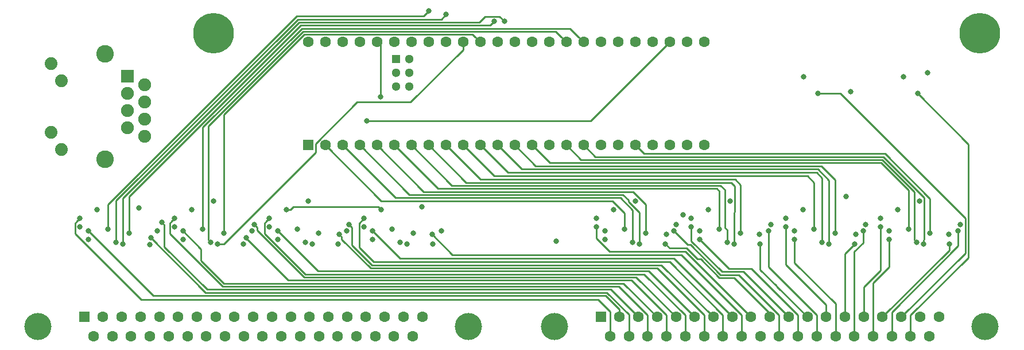
<source format=gbr>
G04 #@! TF.GenerationSoftware,KiCad,Pcbnew,5.1.5-52549c5~84~ubuntu18.04.1*
G04 #@! TF.CreationDate,2020-06-07T21:39:53-07:00*
G04 #@! TF.ProjectId,debugger,64656275-6767-4657-922e-6b696361645f,rev?*
G04 #@! TF.SameCoordinates,Original*
G04 #@! TF.FileFunction,Copper,L2,Inr*
G04 #@! TF.FilePolarity,Positive*
%FSLAX46Y46*%
G04 Gerber Fmt 4.6, Leading zero omitted, Abs format (unit mm)*
G04 Created by KiCad (PCBNEW 5.1.5-52549c5~84~ubuntu18.04.1) date 2020-06-07 21:39:53*
%MOMM*%
%LPD*%
G04 APERTURE LIST*
%ADD10C,1.600000*%
%ADD11R,1.600000X1.600000*%
%ADD12R,1.300000X1.300000*%
%ADD13C,1.300000*%
%ADD14C,2.600000*%
%ADD15C,1.890000*%
%ADD16C,1.900000*%
%ADD17R,1.900000X1.900000*%
%ADD18C,4.000000*%
%ADD19C,6.000000*%
%ADD20C,0.800000*%
%ADD21C,0.250000*%
G04 APERTURE END LIST*
D10*
X124460000Y-86360000D03*
X127000000Y-86360000D03*
X129540000Y-86360000D03*
X132080000Y-86360000D03*
X134620000Y-86360000D03*
X137160000Y-86360000D03*
X139700000Y-86360000D03*
X142240000Y-86360000D03*
X144780000Y-86360000D03*
X147320000Y-86360000D03*
X149860000Y-86360000D03*
X152400000Y-86360000D03*
X154940000Y-86360000D03*
X157480000Y-86360000D03*
D11*
X124460000Y-101600000D03*
D10*
X127000000Y-101600000D03*
X129540000Y-101600000D03*
X132080000Y-101600000D03*
X134620000Y-101600000D03*
X137160000Y-101600000D03*
X139700000Y-101600000D03*
X142240000Y-101600000D03*
X144780000Y-101600000D03*
X147320000Y-101600000D03*
X149860000Y-101600000D03*
X152400000Y-101600000D03*
X154940000Y-101600000D03*
X160020000Y-86360000D03*
X162560000Y-86360000D03*
X165100000Y-86360000D03*
X167640000Y-86360000D03*
X170180000Y-86360000D03*
X172720000Y-86360000D03*
X175260000Y-86360000D03*
X177800000Y-86360000D03*
X180340000Y-86360000D03*
X182880000Y-86360000D03*
X182880000Y-101600000D03*
X180340000Y-101600000D03*
X177800000Y-101600000D03*
X175260000Y-101600000D03*
X157480000Y-101600000D03*
X160020000Y-101600000D03*
X162560000Y-101600000D03*
X172720000Y-101600000D03*
X170180000Y-101600000D03*
X167640000Y-101600000D03*
X165100000Y-101600000D03*
D12*
X137430000Y-88900000D03*
D13*
X139430000Y-88900000D03*
X137430000Y-90900000D03*
X139430000Y-90900000D03*
X139430000Y-92900000D03*
X137430000Y-92900000D03*
D14*
X94500000Y-103660000D03*
X94500000Y-88110000D03*
D15*
X86550000Y-89560000D03*
X88070000Y-92100000D03*
X86550000Y-99670000D03*
X88070000Y-102210000D03*
D16*
X100330000Y-100330000D03*
X97790000Y-99060000D03*
X100330000Y-97790000D03*
X97790000Y-96520000D03*
X100330000Y-95250000D03*
X97790000Y-93980000D03*
X100330000Y-92710000D03*
D17*
X97790000Y-91440000D03*
D18*
X148120000Y-128420000D03*
X84620000Y-128420000D03*
D10*
X139915000Y-129840000D03*
X137145000Y-129840000D03*
X134375000Y-129840000D03*
X131605000Y-129840000D03*
X128835000Y-129840000D03*
X126065000Y-129840000D03*
X123295000Y-129840000D03*
X120525000Y-129840000D03*
X117755000Y-129840000D03*
X114985000Y-129840000D03*
X112215000Y-129840000D03*
X109445000Y-129840000D03*
X106675000Y-129840000D03*
X103905000Y-129840000D03*
X101135000Y-129840000D03*
X98365000Y-129840000D03*
X95595000Y-129840000D03*
X92825000Y-129840000D03*
X141300000Y-127000000D03*
X138530000Y-127000000D03*
X135760000Y-127000000D03*
X132990000Y-127000000D03*
X130220000Y-127000000D03*
X127450000Y-127000000D03*
X124680000Y-127000000D03*
X121910000Y-127000000D03*
X119140000Y-127000000D03*
X116370000Y-127000000D03*
X113600000Y-127000000D03*
X110830000Y-127000000D03*
X108060000Y-127000000D03*
X105290000Y-127000000D03*
X102520000Y-127000000D03*
X99750000Y-127000000D03*
X96980000Y-127000000D03*
X94210000Y-127000000D03*
D11*
X91440000Y-127000000D03*
D18*
X224320000Y-128420000D03*
X160820000Y-128420000D03*
D10*
X216115000Y-129840000D03*
X213345000Y-129840000D03*
X210575000Y-129840000D03*
X207805000Y-129840000D03*
X205035000Y-129840000D03*
X202265000Y-129840000D03*
X199495000Y-129840000D03*
X196725000Y-129840000D03*
X193955000Y-129840000D03*
X191185000Y-129840000D03*
X188415000Y-129840000D03*
X185645000Y-129840000D03*
X182875000Y-129840000D03*
X180105000Y-129840000D03*
X177335000Y-129840000D03*
X174565000Y-129840000D03*
X171795000Y-129840000D03*
X169025000Y-129840000D03*
X217500000Y-127000000D03*
X214730000Y-127000000D03*
X211960000Y-127000000D03*
X209190000Y-127000000D03*
X206420000Y-127000000D03*
X203650000Y-127000000D03*
X200880000Y-127000000D03*
X198110000Y-127000000D03*
X195340000Y-127000000D03*
X192570000Y-127000000D03*
X189800000Y-127000000D03*
X187030000Y-127000000D03*
X184260000Y-127000000D03*
X181490000Y-127000000D03*
X178720000Y-127000000D03*
X175950000Y-127000000D03*
X173180000Y-127000000D03*
X170410000Y-127000000D03*
D11*
X167640000Y-127000000D03*
D19*
X110490000Y-85090000D03*
X223520000Y-85090000D03*
D20*
X214630000Y-109855000D03*
X186690000Y-109855000D03*
X172720000Y-109855000D03*
X124460000Y-109855000D03*
X99470000Y-110910000D03*
X204470000Y-93726000D03*
X110490000Y-109855000D03*
X203835000Y-109220000D03*
X215804990Y-90900010D03*
X141284000Y-110684000D03*
X214376000Y-93980000D03*
X199644000Y-93980000D03*
X218948000Y-114808000D03*
X208915000Y-112395000D03*
X205232000Y-114808000D03*
X194945000Y-112395000D03*
X191008000Y-114808000D03*
X180975000Y-112395000D03*
X177292000Y-114808000D03*
X167005000Y-112395000D03*
X220685000Y-113325000D03*
X210185000Y-114300000D03*
X206715000Y-113325000D03*
X196215000Y-114300000D03*
X192745000Y-113325000D03*
X182245000Y-114300000D03*
X178775000Y-113325000D03*
X168275000Y-114300000D03*
X133096000Y-98044000D03*
X161036000Y-115824000D03*
X179741999Y-111850001D03*
X142875000Y-116205000D03*
X132715000Y-113665000D03*
X128905000Y-116205000D03*
X118745000Y-113665000D03*
X114935000Y-116205000D03*
X104775000Y-113665000D03*
X101092000Y-116332000D03*
X90805000Y-113665000D03*
X144145000Y-114300000D03*
X133985000Y-115570000D03*
X130175000Y-114300000D03*
X120015000Y-115570000D03*
X116205000Y-114300000D03*
X106045000Y-115570000D03*
X102235000Y-114300000D03*
X92075000Y-115570000D03*
X220345000Y-114300000D03*
X210185000Y-115570000D03*
X206375000Y-114300000D03*
X196215000Y-115570000D03*
X192405000Y-114300000D03*
X182245000Y-115570000D03*
X178435000Y-114300000D03*
X168275000Y-115570000D03*
X142748000Y-114808000D03*
X132715000Y-112395000D03*
X129032000Y-114808000D03*
X118745000Y-112395000D03*
X115316000Y-115275000D03*
X104775000Y-112395000D03*
X101260000Y-115275000D03*
X90805000Y-112395000D03*
X219075000Y-116205000D03*
X208915000Y-113665000D03*
X205105000Y-116205000D03*
X194945000Y-113665000D03*
X191135000Y-116205000D03*
X180975000Y-113665000D03*
X177165000Y-116205000D03*
X167005000Y-113665000D03*
X133985000Y-114300000D03*
X130515000Y-113325000D03*
X120015000Y-114300000D03*
X116545000Y-113325000D03*
X106045000Y-114300000D03*
X102870000Y-113030000D03*
X92075000Y-114300000D03*
X171140000Y-113975000D03*
X172365000Y-115925000D03*
X173355000Y-116205000D03*
X174300000Y-114625000D03*
X185110000Y-113975000D03*
X186335000Y-115925000D03*
X187325000Y-116205000D03*
X188270000Y-114625000D03*
X199080000Y-113975000D03*
X94940000Y-113975000D03*
X142240000Y-81788000D03*
X96165000Y-115925000D03*
X144780000Y-82296000D03*
X97155000Y-116205000D03*
X153416000Y-83312000D03*
X98100000Y-114625000D03*
X151892000Y-83312000D03*
X108910000Y-113975000D03*
X110135000Y-115925000D03*
X111125000Y-116205000D03*
X112070000Y-114625000D03*
X122880000Y-113975000D03*
X135128000Y-94488000D03*
X124105000Y-115925000D03*
X125095000Y-116205000D03*
X126040000Y-114625000D03*
X200305000Y-115925000D03*
X201295000Y-116205000D03*
X202240000Y-114625000D03*
X213050000Y-113975000D03*
X214275000Y-115925000D03*
X215265000Y-116205000D03*
X216210000Y-114625000D03*
X212282000Y-91502000D03*
X197550000Y-91502000D03*
X136850000Y-113975000D03*
X138075000Y-115925000D03*
X140010000Y-114625000D03*
X139065000Y-116205000D03*
X211455000Y-111125000D03*
X197485000Y-111125000D03*
X183515000Y-111125000D03*
X169545000Y-111125000D03*
X135255000Y-111125000D03*
X121285000Y-111125000D03*
X107315000Y-111125000D03*
X93345000Y-111125000D03*
D21*
X213345000Y-128708630D02*
X213345000Y-129840000D01*
X213345000Y-126719998D02*
X213345000Y-128708630D01*
X221860010Y-118204988D02*
X213345000Y-126719998D01*
X221860010Y-101464010D02*
X221860010Y-118204988D01*
X214376000Y-93980000D02*
X221860010Y-101464010D01*
X200209685Y-93980000D02*
X199644000Y-93980000D01*
X221410001Y-117549999D02*
X221410001Y-112386999D01*
X203003002Y-93980000D02*
X200209685Y-93980000D01*
X221410001Y-112386999D02*
X203003002Y-93980000D01*
X211960000Y-127000000D02*
X221410001Y-117549999D01*
X166116000Y-98044000D02*
X177800000Y-86360000D01*
X133096000Y-98044000D02*
X166116000Y-98044000D01*
X220345000Y-114865685D02*
X220345000Y-114300000D01*
X210575000Y-126251410D02*
X220345000Y-116481410D01*
X220345000Y-116481410D02*
X220345000Y-114865685D01*
X210575000Y-129840000D02*
X210575000Y-126251410D01*
X210185000Y-116135685D02*
X210185000Y-115570000D01*
X207805000Y-121953000D02*
X210185000Y-119573000D01*
X210185000Y-119573000D02*
X210185000Y-116135685D01*
X207805000Y-129840000D02*
X207805000Y-121953000D01*
X206375000Y-116008002D02*
X206375000Y-114865685D01*
X205035000Y-117348002D02*
X206375000Y-116008002D01*
X206375000Y-114865685D02*
X206375000Y-114300000D01*
X205035000Y-129840000D02*
X205035000Y-117348002D01*
X202265000Y-129840000D02*
X202265000Y-125049000D01*
X196215000Y-118999000D02*
X196215000Y-115570000D01*
X202265000Y-125049000D02*
X196215000Y-118999000D01*
X192405000Y-119629998D02*
X192405000Y-114300000D01*
X199495000Y-129840000D02*
X199495000Y-126719998D01*
X199495000Y-126719998D02*
X192405000Y-119629998D01*
X196725000Y-126719998D02*
X189849971Y-119844969D01*
X196725000Y-129840000D02*
X196725000Y-126719998D01*
X186519969Y-119844969D02*
X182245000Y-115570000D01*
X189849971Y-119844969D02*
X186519969Y-119844969D01*
X193955000Y-126719998D02*
X187979991Y-120744989D01*
X193955000Y-129840000D02*
X193955000Y-126719998D01*
X185315401Y-120744989D02*
X180902412Y-116332000D01*
X187979991Y-120744989D02*
X185315401Y-120744989D01*
X180467000Y-116332000D02*
X178435000Y-114300000D01*
X180902412Y-116332000D02*
X180467000Y-116332000D01*
X188415000Y-126719998D02*
X179551002Y-117856000D01*
X188415000Y-129840000D02*
X188415000Y-126719998D01*
X179551002Y-117856000D02*
X145751000Y-117856000D01*
X145751000Y-117811000D02*
X142748000Y-114808000D01*
X145751000Y-117856000D02*
X145751000Y-117811000D01*
X185645000Y-126719998D02*
X185645000Y-129840000D01*
X177797002Y-118872000D02*
X185645000Y-126719998D01*
X131989999Y-116749999D02*
X134112000Y-118872000D01*
X134112000Y-118872000D02*
X177797002Y-118872000D01*
X132715000Y-112395000D02*
X131989999Y-113120001D01*
X131989999Y-113120001D02*
X131989999Y-116749999D01*
X182875000Y-126719998D02*
X175929912Y-119774910D01*
X182875000Y-129840000D02*
X182875000Y-126719998D01*
X175929912Y-119774910D02*
X133699910Y-119774910D01*
X129431999Y-115207999D02*
X129032000Y-114808000D01*
X129431999Y-115506999D02*
X129431999Y-115207999D01*
X133699910Y-119774910D02*
X129431999Y-115506999D01*
X118345001Y-112794999D02*
X118745000Y-112395000D01*
X180105000Y-129840000D02*
X180105000Y-126719998D01*
X180105000Y-126719998D02*
X174059932Y-120674930D01*
X174059932Y-120674930D02*
X124046928Y-120674930D01*
X118019999Y-113120001D02*
X118345001Y-112794999D01*
X124046928Y-120674930D02*
X118019999Y-114648001D01*
X118019999Y-114648001D02*
X118019999Y-113120001D01*
X177335000Y-126719998D02*
X172189952Y-121574950D01*
X177335000Y-129840000D02*
X177335000Y-126719998D01*
X121529950Y-121574950D02*
X115230000Y-115275000D01*
X172189952Y-121574950D02*
X121529950Y-121574950D01*
X174565000Y-126719998D02*
X170319972Y-122474970D01*
X174565000Y-129840000D02*
X174565000Y-126719998D01*
X104375001Y-112794999D02*
X104775000Y-112395000D01*
X104049999Y-114648001D02*
X104049999Y-113120001D01*
X104049999Y-113120001D02*
X104375001Y-112794999D01*
X111876968Y-122474970D02*
X104049999Y-114648001D01*
X170319972Y-122474970D02*
X111876968Y-122474970D01*
X171795000Y-126617220D02*
X168552770Y-123374990D01*
X171795000Y-129840000D02*
X171795000Y-126617220D01*
X109359990Y-123374990D02*
X101260000Y-115275000D01*
X168552770Y-123374990D02*
X109359990Y-123374990D01*
X169025000Y-126199998D02*
X167285002Y-124460000D01*
X169025000Y-129840000D02*
X169025000Y-126199998D01*
X90405001Y-112794999D02*
X90805000Y-112395000D01*
X90079999Y-113120001D02*
X90405001Y-112794999D01*
X99891998Y-124460000D02*
X90079999Y-114648001D01*
X167285002Y-124460000D02*
X99891998Y-124460000D01*
X90079999Y-114648001D02*
X90079999Y-113120001D01*
X219075000Y-117115000D02*
X219075000Y-116205000D01*
X209190000Y-127000000D02*
X219075000Y-117115000D01*
X206420000Y-127000000D02*
X206420000Y-122600000D01*
X208915000Y-120105000D02*
X208915000Y-113665000D01*
X206420000Y-122600000D02*
X208915000Y-120105000D01*
X203650000Y-117660000D02*
X205105000Y-116205000D01*
X203650000Y-127000000D02*
X203650000Y-117660000D01*
X200880000Y-127000000D02*
X200880000Y-125188000D01*
X194945000Y-119253000D02*
X194945000Y-113665000D01*
X200880000Y-125188000D02*
X194945000Y-119253000D01*
X198110000Y-127000000D02*
X193548000Y-122438000D01*
X193548000Y-122438000D02*
X193548000Y-122428000D01*
X191135000Y-120015000D02*
X191135000Y-116205000D01*
X193548000Y-122428000D02*
X191135000Y-120015000D01*
X195340000Y-127000000D02*
X188634979Y-120294979D01*
X180975000Y-114230685D02*
X180975000Y-113665000D01*
X180975000Y-115768178D02*
X180975000Y-114230685D01*
X185501801Y-120294979D02*
X180975000Y-115768178D01*
X188634979Y-120294979D02*
X185501801Y-120294979D01*
X187292001Y-121194999D02*
X185129001Y-121194999D01*
X192570000Y-127000000D02*
X192570000Y-126472998D01*
X192570000Y-126472998D02*
X187292001Y-121194999D01*
X185129001Y-121194999D02*
X182372000Y-118437998D01*
X181874408Y-118437998D02*
X180276410Y-116840000D01*
X182372000Y-118437998D02*
X181874408Y-118437998D01*
X177800000Y-116840000D02*
X177165000Y-116205000D01*
X180276410Y-116840000D02*
X177800000Y-116840000D01*
X189800000Y-127000000D02*
X180148000Y-117348000D01*
X167005000Y-115373002D02*
X168979998Y-117348000D01*
X167005000Y-113665000D02*
X167005000Y-115373002D01*
X168979998Y-117348000D02*
X180148000Y-117348000D01*
X187030000Y-127000000D02*
X178394000Y-118364000D01*
X138049000Y-118364000D02*
X133985000Y-114300000D01*
X178394000Y-118364000D02*
X138049000Y-118364000D01*
X184260000Y-127000000D02*
X176584900Y-119324900D01*
X176584900Y-119324900D02*
X133886310Y-119324900D01*
X133886310Y-119324900D02*
X130914999Y-116353589D01*
X130914999Y-113724999D02*
X130515000Y-113325000D01*
X130914999Y-116353589D02*
X130914999Y-113724999D01*
X181490000Y-127000000D02*
X174714920Y-120224920D01*
X125939920Y-120224920D02*
X120015000Y-114300000D01*
X174714920Y-120224920D02*
X125939920Y-120224920D01*
X116944999Y-113724999D02*
X116545000Y-113325000D01*
X116944999Y-114209411D02*
X116944999Y-113724999D01*
X123860527Y-121124939D02*
X116944999Y-114209411D01*
X172844940Y-121124940D02*
X123860527Y-121124939D01*
X178720000Y-127000000D02*
X172844940Y-121124940D01*
X170974960Y-122024960D02*
X112063368Y-122024960D01*
X175950000Y-127000000D02*
X170974960Y-122024960D01*
X106045000Y-114300000D02*
X108684204Y-116939204D01*
X108684204Y-118645796D02*
X112063368Y-122024960D01*
X108684204Y-116939204D02*
X108684204Y-118645796D01*
X103269999Y-113429999D02*
X102870000Y-113030000D01*
X103269999Y-116648589D02*
X103269999Y-113429999D01*
X109546390Y-122924980D02*
X103269999Y-116648589D01*
X169104980Y-122924980D02*
X109546390Y-122924980D01*
X173180000Y-127000000D02*
X169104980Y-122924980D01*
X170410000Y-125868630D02*
X168366370Y-123825000D01*
X170410000Y-127000000D02*
X170410000Y-125868630D01*
X101600000Y-123825000D02*
X92075000Y-114300000D01*
X168366370Y-123825000D02*
X101600000Y-123825000D01*
X171140000Y-111646998D02*
X169323072Y-109830070D01*
X171140000Y-113975000D02*
X171140000Y-111646998D01*
X135230070Y-109830070D02*
X127000000Y-101600000D01*
X169323072Y-109830070D02*
X135230070Y-109830070D01*
X172365000Y-111209412D02*
X170535648Y-109380060D01*
X172365000Y-115925000D02*
X172365000Y-111209412D01*
X137320060Y-109380060D02*
X129540000Y-101600000D01*
X170535648Y-109380060D02*
X137320060Y-109380060D01*
X173355000Y-111563002D02*
X171704000Y-109912002D01*
X173355000Y-116205000D02*
X173355000Y-111563002D01*
X171704000Y-109728000D02*
X170906050Y-108930050D01*
X171704000Y-109912002D02*
X171704000Y-109728000D01*
X139410050Y-108930050D02*
X132080000Y-101600000D01*
X170906050Y-108930050D02*
X139410050Y-108930050D01*
X174300000Y-110361998D02*
X172418042Y-108480040D01*
X174300000Y-114625000D02*
X174300000Y-110361998D01*
X141500040Y-108480040D02*
X134620000Y-101600000D01*
X172418042Y-108480040D02*
X141500040Y-108480040D01*
X185110000Y-113975000D02*
X185110000Y-108402000D01*
X185110000Y-108402000D02*
X184738030Y-108030030D01*
X143590030Y-108030030D02*
X137160000Y-101600000D01*
X184738030Y-108030030D02*
X143590030Y-108030030D01*
X186335000Y-114164999D02*
X185928000Y-113757999D01*
X186335000Y-115925000D02*
X186335000Y-114164999D01*
X185928000Y-108204000D02*
X185304020Y-107580020D01*
X185928000Y-113757999D02*
X185928000Y-108204000D01*
X145680020Y-107580020D02*
X139700000Y-101600000D01*
X185304020Y-107580020D02*
X145680020Y-107580020D01*
X187415001Y-111473001D02*
X187415001Y-107659001D01*
X187325000Y-116205000D02*
X187325000Y-111563002D01*
X187325000Y-111563002D02*
X187415001Y-111473001D01*
X187415001Y-107659001D02*
X186886010Y-107130010D01*
X147770010Y-107130010D02*
X142240000Y-101600000D01*
X186886010Y-107130010D02*
X147770010Y-107130010D01*
X188270000Y-114625000D02*
X188270000Y-107498000D01*
X188270000Y-107498000D02*
X187452000Y-106680000D01*
X149860000Y-106680000D02*
X144780000Y-101600000D01*
X187452000Y-106680000D02*
X149860000Y-106680000D01*
X199080000Y-113975000D02*
X199080000Y-107132000D01*
X199080000Y-107132000D02*
X198120000Y-106172000D01*
X151892000Y-106172000D02*
X147320000Y-101600000D01*
X198120000Y-106172000D02*
X151892000Y-106172000D01*
X94940000Y-110396538D02*
X122801599Y-82534939D01*
X94940000Y-113975000D02*
X94940000Y-110396538D01*
X122801599Y-82534939D02*
X141493061Y-82534939D01*
X141493061Y-82534939D02*
X142240000Y-81788000D01*
X142240000Y-81788000D02*
X142240000Y-81788000D01*
X96165000Y-109807948D02*
X122987999Y-82984949D01*
X96165000Y-115925000D02*
X96165000Y-109807948D01*
X122987999Y-82984949D02*
X144091051Y-82984949D01*
X144091051Y-82984949D02*
X144780000Y-82296000D01*
X144780000Y-82296000D02*
X144780000Y-82296000D01*
X97155000Y-109454358D02*
X123174399Y-83434959D01*
X97155000Y-116205000D02*
X97155000Y-109454358D01*
X123174399Y-83434959D02*
X149737041Y-83434959D01*
X150585001Y-82586999D02*
X152690999Y-82586999D01*
X149737041Y-83434959D02*
X150585001Y-82586999D01*
X152690999Y-82586999D02*
X153416000Y-83312000D01*
X153416000Y-83312000D02*
X153416000Y-83312000D01*
X98100000Y-109145768D02*
X123360799Y-83884969D01*
X98100000Y-114625000D02*
X98100000Y-109145768D01*
X123360799Y-83884969D02*
X151319031Y-83884969D01*
X151319031Y-83884969D02*
X151892000Y-83312000D01*
X164300001Y-85560001D02*
X165100000Y-86360000D01*
X163074979Y-84334979D02*
X164300001Y-85560001D01*
X123547199Y-84334979D02*
X163074979Y-84334979D01*
X108910000Y-98972178D02*
X123547199Y-84334979D01*
X108910000Y-113975000D02*
X108910000Y-98972178D01*
X161760001Y-85560001D02*
X162560000Y-86360000D01*
X109735001Y-98783587D02*
X123733599Y-84784989D01*
X123733599Y-84784989D02*
X160984989Y-84784989D01*
X109735001Y-115525001D02*
X109735001Y-98783587D01*
X160984989Y-84784989D02*
X161760001Y-85560001D01*
X110135000Y-115925000D02*
X109735001Y-115525001D01*
X147320000Y-87491370D02*
X147320000Y-86360000D01*
X139598369Y-95213001D02*
X147320000Y-87491370D01*
X131721997Y-95213001D02*
X139598369Y-95213001D01*
X125585001Y-101349997D02*
X131721997Y-95213001D01*
X125585001Y-102660001D02*
X125585001Y-101349997D01*
X112040002Y-116205000D02*
X125585001Y-102660001D01*
X111125000Y-116205000D02*
X112040002Y-116205000D01*
X149060001Y-85560001D02*
X149860000Y-86360000D01*
X123919999Y-85234999D02*
X148734999Y-85234999D01*
X148734999Y-85234999D02*
X149060001Y-85560001D01*
X112070000Y-97084998D02*
X123919999Y-85234999D01*
X112070000Y-114625000D02*
X112070000Y-97084998D01*
X135128000Y-86868000D02*
X134620000Y-86360000D01*
X135128000Y-94488000D02*
X135128000Y-86868000D01*
X200305000Y-115925000D02*
X200305000Y-106453410D01*
X200305000Y-106453410D02*
X199515590Y-105664000D01*
X153924000Y-105664000D02*
X149860000Y-101600000D01*
X199515590Y-105664000D02*
X153924000Y-105664000D01*
X201295000Y-116205000D02*
X201295000Y-106807000D01*
X201295000Y-106807000D02*
X199644000Y-105156000D01*
X155956000Y-105156000D02*
X152400000Y-101600000D01*
X199644000Y-105156000D02*
X155956000Y-105156000D01*
X202240000Y-114625000D02*
X202240000Y-106736000D01*
X202240000Y-106736000D02*
X200174040Y-104670040D01*
X158010040Y-104670040D02*
X154940000Y-101600000D01*
X200174040Y-104670040D02*
X158010040Y-104670040D01*
X213050000Y-113975000D02*
X213050000Y-108279230D01*
X213050000Y-108279230D02*
X208990800Y-104220030D01*
X160100030Y-104220030D02*
X157480000Y-101600000D01*
X208990800Y-104220030D02*
X160100030Y-104220030D01*
X213875001Y-115525001D02*
X213875001Y-108467821D01*
X214275000Y-115925000D02*
X213875001Y-115525001D01*
X213875001Y-108467821D02*
X209177200Y-103770020D01*
X164730020Y-103770020D02*
X162560000Y-101600000D01*
X209177200Y-103770020D02*
X164730020Y-103770020D01*
X166820010Y-103320010D02*
X165100000Y-101600000D01*
X215355001Y-109311411D02*
X209363600Y-103320010D01*
X209363600Y-103320010D02*
X166820010Y-103320010D01*
X215355001Y-115549314D02*
X215355001Y-109311411D01*
X215265000Y-116205000D02*
X215265000Y-115639315D01*
X215265000Y-115639315D02*
X215355001Y-115549314D01*
X216210000Y-114625000D02*
X216210000Y-109530000D01*
X216210000Y-109530000D02*
X209550000Y-102870000D01*
X173990000Y-102870000D02*
X172720000Y-101600000D01*
X209550000Y-102870000D02*
X173990000Y-102870000D01*
X134855001Y-110725001D02*
X135255000Y-111125000D01*
X121850685Y-111125000D02*
X122250684Y-110725001D01*
X122250684Y-110725001D02*
X134855001Y-110725001D01*
X121285000Y-111125000D02*
X121850685Y-111125000D01*
M02*

</source>
